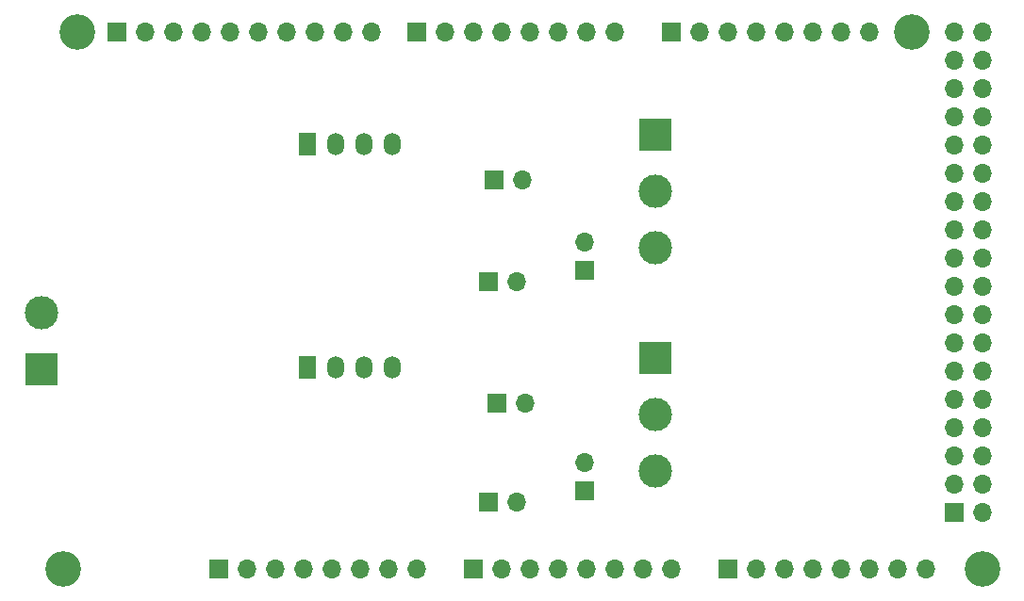
<source format=gbs>
%TF.GenerationSoftware,KiCad,Pcbnew,(6.0.9)*%
%TF.CreationDate,2022-11-14T07:28:00+00:00*%
%TF.ProjectId,mega485,6d656761-3438-4352-9e6b-696361645f70,rev?*%
%TF.SameCoordinates,Original*%
%TF.FileFunction,Soldermask,Bot*%
%TF.FilePolarity,Negative*%
%FSLAX46Y46*%
G04 Gerber Fmt 4.6, Leading zero omitted, Abs format (unit mm)*
G04 Created by KiCad (PCBNEW (6.0.9)) date 2022-11-14 07:28:00*
%MOMM*%
%LPD*%
G01*
G04 APERTURE LIST*
%ADD10O,1.700000X1.700000*%
%ADD11R,1.700000X1.700000*%
%ADD12C,3.000000*%
%ADD13R,3.000000X3.000000*%
%ADD14R,1.500000X2.000000*%
%ADD15O,1.500000X2.000000*%
%ADD16C,3.200000*%
G04 APERTURE END LIST*
D10*
%TO.C,J15*%
X160782000Y-87889000D03*
D11*
X160782000Y-90429000D03*
%TD*%
D10*
%TO.C,J14*%
X154686000Y-91440000D03*
D11*
X152146000Y-91440000D03*
%TD*%
%TO.C,J13*%
X152903000Y-82550000D03*
D10*
X155443000Y-82550000D03*
%TD*%
D11*
%TO.C,J12*%
X160782000Y-70617000D03*
D10*
X160782000Y-68077000D03*
%TD*%
D11*
%TO.C,J11*%
X152141000Y-71628000D03*
D10*
X154681000Y-71628000D03*
%TD*%
D11*
%TO.C,J10*%
X152654000Y-62484000D03*
D10*
X155194000Y-62484000D03*
%TD*%
D12*
%TO.C,J16*%
X112014000Y-74422000D03*
D13*
X112014000Y-79502000D03*
%TD*%
D11*
%TO.C,J7*%
X193980000Y-92380000D03*
D10*
X196520000Y-92380000D03*
X193980000Y-89840000D03*
X196520000Y-89840000D03*
X193980000Y-87300000D03*
X196520000Y-87300000D03*
X193980000Y-84760000D03*
X196520000Y-84760000D03*
X193980000Y-82220000D03*
X196520000Y-82220000D03*
X193980000Y-79680000D03*
X196520000Y-79680000D03*
X193980000Y-77140000D03*
X196520000Y-77140000D03*
X193980000Y-74600000D03*
X196520000Y-74600000D03*
X193980000Y-72060000D03*
X196520000Y-72060000D03*
X193980000Y-69520000D03*
X196520000Y-69520000D03*
X193980000Y-66980000D03*
X196520000Y-66980000D03*
X193980000Y-64440000D03*
X196520000Y-64440000D03*
X193980000Y-61900000D03*
X196520000Y-61900000D03*
X193980000Y-59360000D03*
X196520000Y-59360000D03*
X193980000Y-56820000D03*
X196520000Y-56820000D03*
X193980000Y-54280000D03*
X196520000Y-54280000D03*
X193980000Y-51740000D03*
X196520000Y-51740000D03*
X193980000Y-49200000D03*
X196520000Y-49200000D03*
%TD*%
D11*
%TO.C,J1*%
X127940000Y-97460000D03*
D10*
X130480000Y-97460000D03*
X133020000Y-97460000D03*
X135560000Y-97460000D03*
X138100000Y-97460000D03*
X140640000Y-97460000D03*
X143180000Y-97460000D03*
X145720000Y-97460000D03*
%TD*%
D11*
%TO.C,J3*%
X150800000Y-97460000D03*
D10*
X153340000Y-97460000D03*
X155880000Y-97460000D03*
X158420000Y-97460000D03*
X160960000Y-97460000D03*
X163500000Y-97460000D03*
X166040000Y-97460000D03*
X168580000Y-97460000D03*
%TD*%
D11*
%TO.C,J5*%
X173660000Y-97460000D03*
D10*
X176200000Y-97460000D03*
X178740000Y-97460000D03*
X181280000Y-97460000D03*
X183820000Y-97460000D03*
X186360000Y-97460000D03*
X188900000Y-97460000D03*
X191440000Y-97460000D03*
%TD*%
D11*
%TO.C,J2*%
X118796000Y-49200000D03*
D10*
X121336000Y-49200000D03*
X123876000Y-49200000D03*
X126416000Y-49200000D03*
X128956000Y-49200000D03*
X131496000Y-49200000D03*
X134036000Y-49200000D03*
X136576000Y-49200000D03*
X139116000Y-49200000D03*
X141656000Y-49200000D03*
%TD*%
D11*
%TO.C,J4*%
X145720000Y-49200000D03*
D10*
X148260000Y-49200000D03*
X150800000Y-49200000D03*
X153340000Y-49200000D03*
X155880000Y-49200000D03*
X158420000Y-49200000D03*
X160960000Y-49200000D03*
X163500000Y-49200000D03*
%TD*%
D11*
%TO.C,J6*%
X168580000Y-49200000D03*
D10*
X171120000Y-49200000D03*
X173660000Y-49200000D03*
X176200000Y-49200000D03*
X178740000Y-49200000D03*
X181280000Y-49200000D03*
X183820000Y-49200000D03*
X186360000Y-49200000D03*
%TD*%
D13*
%TO.C,J8*%
X167132000Y-58420000D03*
D12*
X167132000Y-63500000D03*
X167132000Y-68580000D03*
%TD*%
D14*
%TO.C,U10*%
X135937500Y-79337500D03*
D15*
X138477500Y-79337500D03*
X141017500Y-79337500D03*
X143557500Y-79337500D03*
%TD*%
D16*
%TO.C,MH6*%
X196520000Y-97460000D03*
%TD*%
%TO.C,MH1*%
X115240000Y-49200000D03*
%TD*%
D14*
%TO.C,U8*%
X135937500Y-59271500D03*
D15*
X138477500Y-59271500D03*
X141017500Y-59271500D03*
X143557500Y-59271500D03*
%TD*%
D16*
%TO.C,MH2*%
X113970000Y-97460000D03*
%TD*%
D13*
%TO.C,J9*%
X167132000Y-78486000D03*
D12*
X167132000Y-83566000D03*
X167132000Y-88646000D03*
%TD*%
D16*
%TO.C,MH5*%
X190170000Y-49200000D03*
%TD*%
M02*

</source>
